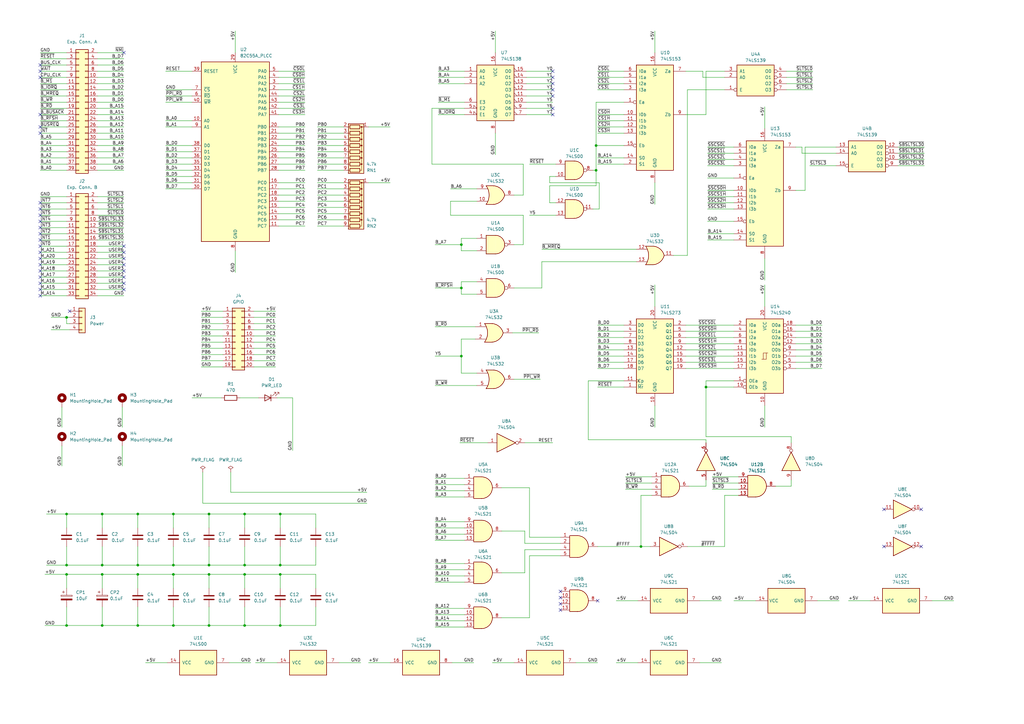
<source format=kicad_sch>
(kicad_sch (version 20230121) (generator eeschema)
  (paper "A3")
  (title_block (title "PPI & Exp. Slot Select Board for the Stackable Z80 Computer") (date "2023-09-22") (rev "1.0"))
  (junction (at 27.305 256.54))
  (junction (at 56.515 231.775))
  (junction (at 71.12 256.54))
  (junction (at 100.33 256.54))
  (junction (at 41.91 256.54))
  (junction (at 27.305 235.585))
  (junction (at 100.33 210.82))
  (junction (at 85.725 231.775))
  (junction (at 189.23 146.05))
  (junction (at 85.725 256.54))
  (junction (at 41.91 235.585))
  (junction (at 114.935 210.82))
  (junction (at 244.475 69.85))
  (junction (at 71.12 210.82))
  (junction (at 56.515 256.54))
  (junction (at 244.475 59.69))
  (junction (at 71.12 231.775))
  (junction (at 100.33 231.775))
  (junction (at 27.305 231.775))
  (junction (at 114.935 231.775))
  (junction (at 85.725 235.585))
  (junction (at 41.91 231.775))
  (junction (at 189.23 100.33))
  (junction (at 41.91 210.82))
  (junction (at 71.12 235.585))
  (junction (at 114.935 256.54))
  (junction (at 114.935 235.585))
  (junction (at 289.56 158.75))
  (junction (at 262.89 224.155))
  (junction (at 56.515 235.585))
  (junction (at 56.515 210.82))
  (junction (at 100.33 235.585))
  (junction (at 85.725 210.82))
  (junction (at 189.23 118.11))
  (junction (at 27.305 130.175))
  (junction (at 27.305 210.82))
  (no_connect (at 226.695 29.21))
  (no_connect (at 16.51 31.75))
  (no_connect (at 50.8 113.665))
  (no_connect (at 16.51 90.805))
  (no_connect (at 50.8 108.585))
  (no_connect (at 50.8 116.205))
  (no_connect (at 16.51 121.285))
  (no_connect (at 50.8 103.505))
  (no_connect (at 226.695 39.37))
  (no_connect (at 16.51 54.61))
  (no_connect (at 16.51 106.045))
  (no_connect (at 16.51 103.505))
  (no_connect (at 16.51 100.965))
  (no_connect (at 245.11 246.38))
  (no_connect (at 16.51 111.125))
  (no_connect (at 16.51 95.885))
  (no_connect (at 226.695 36.83))
  (no_connect (at 377.825 224.155))
  (no_connect (at 16.51 29.21))
  (no_connect (at 28.575 127.635))
  (no_connect (at 50.8 21.59))
  (no_connect (at 50.8 100.965))
  (no_connect (at 50.8 118.745))
  (no_connect (at 377.825 208.915))
  (no_connect (at 229.87 245.11))
  (no_connect (at 229.87 247.65))
  (no_connect (at 362.585 224.155))
  (no_connect (at 16.51 88.265))
  (no_connect (at 16.51 108.585))
  (no_connect (at 16.51 98.425))
  (no_connect (at 50.8 111.125))
  (no_connect (at 16.51 93.345))
  (no_connect (at 226.695 34.29))
  (no_connect (at 229.87 250.19))
  (no_connect (at 16.51 26.67))
  (no_connect (at 16.51 83.185))
  (no_connect (at 16.51 52.07))
  (no_connect (at 226.695 31.75))
  (no_connect (at 16.51 46.99))
  (no_connect (at 16.51 113.665))
  (no_connect (at 226.695 44.45))
  (no_connect (at 16.51 116.205))
  (no_connect (at 226.695 46.99))
  (no_connect (at 50.8 106.045))
  (no_connect (at 362.585 208.915))
  (no_connect (at 16.51 85.725))
  (no_connect (at 16.51 118.745))
  (no_connect (at 229.87 242.57))
  (wire (pts (xy 215.265 217.805) (xy 215.265 222.885)))
  (wire (pts (xy 245.11 158.75) (xy 255.905 158.75)))
  (wire (pts (xy 50.8 36.83) (xy 40.005 36.83)))
  (wire (pts (xy 114.3 44.45) (xy 125.095 44.45)))
  (wire (pts (xy 40.005 103.505) (xy 50.8 103.505)))
  (wire (pts (xy 114.3 57.15) (xy 125.095 57.15)))
  (wire (pts (xy 83.185 193.675) (xy 83.185 206.375)))
  (wire (pts (xy 129.54 216.535) (xy 129.54 210.82)))
  (wire (pts (xy 56.515 216.535) (xy 56.515 210.82)))
  (wire (pts (xy 201.93 271.78) (xy 210.82 271.78)))
  (wire (pts (xy 114.935 216.535) (xy 114.935 210.82)))
  (wire (pts (xy 337.185 140.97) (xy 326.39 140.97)))
  (wire (pts (xy 195.58 115.57) (xy 189.23 115.57)))
  (wire (pts (xy 179.705 46.99) (xy 190.5 46.99)))
  (wire (pts (xy 104.14 147.955) (xy 113.03 147.955)))
  (wire (pts (xy 67.945 41.91) (xy 78.74 41.91)))
  (wire (pts (xy 130.175 74.93) (xy 140.97 74.93)))
  (wire (pts (xy 189.23 100.33) (xy 189.23 102.87)))
  (wire (pts (xy 16.51 113.665) (xy 27.305 113.665)))
  (wire (pts (xy 16.51 36.83) (xy 27.305 36.83)))
  (wire (pts (xy 255.905 31.75) (xy 245.11 31.75)))
  (wire (pts (xy 100.33 248.92) (xy 100.33 256.54)))
  (wire (pts (xy 300.99 60.325) (xy 290.195 60.325)))
  (wire (pts (xy 16.51 46.99) (xy 27.305 46.99)))
  (wire (pts (xy 130.175 59.69) (xy 140.97 59.69)))
  (wire (pts (xy 113.03 127.635) (xy 104.14 127.635)))
  (wire (pts (xy 114.3 92.71) (xy 125.095 92.71)))
  (wire (pts (xy 295.91 271.78) (xy 287.02 271.78)))
  (wire (pts (xy 40.005 90.805) (xy 50.8 90.805)))
  (wire (pts (xy 225.425 76.2) (xy 244.475 76.2)))
  (wire (pts (xy 104.14 150.495) (xy 113.03 150.495)))
  (wire (pts (xy 244.475 59.69) (xy 244.475 41.91)))
  (wire (pts (xy 322.58 36.83) (xy 333.375 36.83)))
  (wire (pts (xy 50.165 167.005) (xy 50.165 175.26)))
  (wire (pts (xy 195.58 97.79) (xy 189.23 97.79)))
  (wire (pts (xy 104.14 142.875) (xy 113.03 142.875)))
  (wire (pts (xy 267.335 198.12) (xy 256.54 198.12)))
  (wire (pts (xy 67.945 29.21) (xy 78.74 29.21)))
  (wire (pts (xy 368.3 62.865) (xy 379.095 62.865)))
  (wire (pts (xy 227.965 83.185) (xy 225.425 83.185)))
  (wire (pts (xy 160.02 74.93) (xy 151.13 74.93)))
  (wire (pts (xy 189.23 146.05) (xy 189.23 153.035)))
  (wire (pts (xy 313.69 116.84) (xy 313.69 125.73)))
  (wire (pts (xy 178.435 203.835) (xy 190.5 203.835)))
  (wire (pts (xy 281.305 151.13) (xy 300.99 151.13)))
  (wire (pts (xy 41.91 216.535) (xy 41.91 210.82)))
  (wire (pts (xy 289.56 196.85) (xy 289.56 199.39)))
  (wire (pts (xy 220.98 136.525) (xy 210.185 136.525)))
  (wire (pts (xy 96.52 111.76) (xy 96.52 102.87)))
  (wire (pts (xy 16.51 85.725) (xy 27.305 85.725)))
  (wire (pts (xy 217.17 67.31) (xy 227.965 67.31)))
  (wire (pts (xy 178.435 196.215) (xy 190.5 196.215)))
  (wire (pts (xy 322.58 31.75) (xy 333.375 31.75)))
  (wire (pts (xy 221.615 155.575) (xy 210.82 155.575)))
  (wire (pts (xy 18.415 235.585) (xy 27.305 235.585)))
  (wire (pts (xy 50.8 41.91) (xy 40.005 41.91)))
  (wire (pts (xy 27.305 235.585) (xy 27.305 241.3)))
  (wire (pts (xy 297.18 203.2) (xy 297.18 224.155)))
  (wire (pts (xy 114.3 85.09) (xy 125.095 85.09)))
  (wire (pts (xy 189.23 115.57) (xy 189.23 118.11)))
  (wire (pts (xy 177.165 67.31) (xy 177.165 44.45)))
  (wire (pts (xy 245.11 140.97) (xy 255.905 140.97)))
  (wire (pts (xy 217.17 227.965) (xy 229.87 227.965)))
  (wire (pts (xy 40.005 106.045) (xy 50.8 106.045)))
  (wire (pts (xy 16.51 69.85) (xy 27.305 69.85)))
  (wire (pts (xy 50.8 121.285) (xy 40.005 121.285)))
  (wire (pts (xy 50.8 52.07) (xy 40.005 52.07)))
  (wire (pts (xy 241.3 180.34) (xy 241.3 156.21)))
  (wire (pts (xy 114.3 54.61) (xy 125.095 54.61)))
  (wire (pts (xy 194.31 271.78) (xy 185.42 271.78)))
  (wire (pts (xy 27.305 132.715) (xy 27.305 130.175)))
  (wire (pts (xy 214.63 88.265) (xy 184.785 88.265)))
  (wire (pts (xy 130.175 80.01) (xy 140.97 80.01)))
  (wire (pts (xy 114.3 64.77) (xy 125.095 64.77)))
  (wire (pts (xy 337.185 151.13) (xy 326.39 151.13)))
  (wire (pts (xy 203.2 12.7) (xy 203.2 21.59)))
  (wire (pts (xy 67.945 59.69) (xy 78.74 59.69)))
  (wire (pts (xy 114.935 235.585) (xy 100.33 235.585)))
  (wire (pts (xy 313.69 43.815) (xy 313.69 52.705)))
  (wire (pts (xy 289.56 179.07) (xy 289.56 158.75)))
  (wire (pts (xy 255.905 36.83) (xy 245.11 36.83)))
  (wire (pts (xy 324.485 181.61) (xy 324.485 179.07)))
  (wire (pts (xy 50.8 57.15) (xy 40.005 57.15)))
  (wire (pts (xy 25.4 182.88) (xy 25.4 191.135)))
  (wire (pts (xy 40.005 100.965) (xy 50.8 100.965)))
  (wire (pts (xy 214.63 100.33) (xy 214.63 88.265)))
  (wire (pts (xy 178.435 118.11) (xy 189.23 118.11)))
  (wire (pts (xy 16.51 41.91) (xy 27.305 41.91)))
  (wire (pts (xy 27.305 256.54) (xy 27.305 248.92)))
  (wire (pts (xy 245.745 74.93) (xy 245.745 85.725)))
  (wire (pts (xy 50.8 62.23) (xy 40.005 62.23)))
  (wire (pts (xy 322.58 29.21) (xy 333.375 29.21)))
  (wire (pts (xy 252.73 271.78) (xy 261.62 271.78)))
  (wire (pts (xy 114.3 52.07) (xy 125.095 52.07)))
  (wire (pts (xy 67.945 69.85) (xy 78.74 69.85)))
  (wire (pts (xy 245.11 143.51) (xy 255.905 143.51)))
  (wire (pts (xy 252.73 246.38) (xy 261.62 246.38)))
  (wire (pts (xy 40.005 88.265) (xy 50.8 88.265)))
  (wire (pts (xy 50.8 54.61) (xy 40.005 54.61)))
  (wire (pts (xy 184.785 77.47) (xy 195.58 77.47)))
  (wire (pts (xy 245.11 146.05) (xy 255.905 146.05)))
  (wire (pts (xy 227.965 88.265) (xy 217.17 88.265)))
  (wire (pts (xy 300.99 65.405) (xy 290.195 65.405)))
  (wire (pts (xy 91.44 140.335) (xy 82.55 140.335)))
  (wire (pts (xy 326.39 60.325) (xy 328.93 60.325)))
  (wire (pts (xy 114.3 67.31) (xy 125.095 67.31)))
  (wire (pts (xy 244.475 59.69) (xy 255.905 59.69)))
  (wire (pts (xy 130.175 82.55) (xy 140.97 82.55)))
  (wire (pts (xy 244.475 41.91) (xy 255.905 41.91)))
  (wire (pts (xy 245.11 271.78) (xy 236.22 271.78)))
  (wire (pts (xy 71.12 241.3) (xy 71.12 235.585)))
  (wire (pts (xy 313.69 114.935) (xy 313.69 106.045)))
  (wire (pts (xy 178.435 254.635) (xy 190.5 254.635)))
  (wire (pts (xy 16.51 54.61) (xy 27.305 54.61)))
  (wire (pts (xy 179.705 41.91) (xy 190.5 41.91)))
  (wire (pts (xy 67.945 49.53) (xy 78.74 49.53)))
  (wire (pts (xy 114.3 41.91) (xy 125.095 41.91)))
  (wire (pts (xy 130.175 69.85) (xy 140.97 69.85)))
  (wire (pts (xy 256.54 200.66) (xy 267.335 200.66)))
  (wire (pts (xy 56.515 231.775) (xy 41.91 231.775)))
  (wire (pts (xy 205.74 234.95) (xy 215.265 234.95)))
  (wire (pts (xy 281.305 148.59) (xy 300.99 148.59)))
  (wire (pts (xy 50.8 49.53) (xy 40.005 49.53)))
  (wire (pts (xy 50.8 116.205) (xy 40.005 116.205)))
  (wire (pts (xy 281.94 36.83) (xy 281.94 104.775)))
  (wire (pts (xy 50.8 24.13) (xy 40.005 24.13)))
  (wire (pts (xy 16.51 44.45) (xy 27.305 44.45)))
  (wire (pts (xy 71.12 248.92) (xy 71.12 256.54)))
  (wire (pts (xy 114.3 77.47) (xy 125.095 77.47)))
  (wire (pts (xy 300.99 158.75) (xy 289.56 158.75)))
  (wire (pts (xy 245.11 135.89) (xy 255.905 135.89)))
  (wire (pts (xy 217.17 220.345) (xy 229.87 220.345)))
  (wire (pts (xy 245.745 85.725) (xy 243.205 85.725)))
  (wire (pts (xy 91.44 132.715) (xy 82.55 132.715)))
  (wire (pts (xy 50.8 34.29) (xy 40.005 34.29)))
  (wire (pts (xy 50.8 46.99) (xy 40.005 46.99)))
  (wire (pts (xy 114.3 46.99) (xy 125.095 46.99)))
  (wire (pts (xy 83.185 206.375) (xy 150.495 206.375)))
  (wire (pts (xy 94.615 201.93) (xy 150.495 201.93)))
  (wire (pts (xy 245.11 138.43) (xy 255.905 138.43)))
  (wire (pts (xy 16.51 29.21) (xy 27.305 29.21)))
  (wire (pts (xy 313.69 175.26) (xy 313.69 166.37)))
  (wire (pts (xy 114.3 74.93) (xy 125.095 74.93)))
  (wire (pts (xy 50.8 59.69) (xy 40.005 59.69)))
  (wire (pts (xy 255.905 29.21) (xy 245.11 29.21)))
  (wire (pts (xy 210.82 100.33) (xy 214.63 100.33)))
  (wire (pts (xy 288.29 29.21) (xy 288.29 31.75)))
  (wire (pts (xy 215.9 46.99) (xy 226.695 46.99)))
  (wire (pts (xy 40.005 83.185) (xy 50.8 83.185)))
  (wire (pts (xy 267.335 203.2) (xy 262.89 203.2)))
  (wire (pts (xy 244.475 69.85) (xy 244.475 59.69)))
  (wire (pts (xy 85.725 248.92) (xy 85.725 256.54)))
  (wire (pts (xy 245.11 224.155) (xy 262.89 224.155)))
  (wire (pts (xy 318.135 199.39) (xy 324.485 199.39)))
  (wire (pts (xy 114.3 62.23) (xy 125.095 62.23)))
  (wire (pts (xy 300.99 80.645) (xy 290.195 80.645)))
  (wire (pts (xy 16.51 49.53) (xy 27.305 49.53)))
  (wire (pts (xy 330.2 78.105) (xy 330.2 60.325)))
  (wire (pts (xy 16.51 59.69) (xy 27.305 59.69)))
  (wire (pts (xy 85.725 216.535) (xy 85.725 210.82)))
  (wire (pts (xy 27.305 224.155) (xy 27.305 231.775)))
  (wire (pts (xy 114.935 224.155) (xy 114.935 231.775)))
  (wire (pts (xy 328.93 60.325) (xy 328.93 62.865)))
  (wire (pts (xy 129.54 235.585) (xy 114.935 235.585)))
  (wire (pts (xy 25.4 167.005) (xy 25.4 175.26)))
  (wire (pts (xy 16.51 39.37) (xy 27.305 39.37)))
  (wire (pts (xy 244.475 76.2) (xy 244.475 69.85)))
  (wire (pts (xy 16.51 26.67) (xy 27.305 26.67)))
  (wire (pts (xy 91.44 130.175) (xy 82.55 130.175)))
  (wire (pts (xy 337.185 135.89) (xy 326.39 135.89)))
  (wire (pts (xy 114.3 31.75) (xy 125.095 31.75)))
  (wire (pts (xy 188.595 181.61) (xy 200.025 181.61)))
  (wire (pts (xy 114.935 241.3) (xy 114.935 235.585)))
  (wire (pts (xy 256.54 195.58) (xy 267.335 195.58)))
  (wire (pts (xy 245.11 133.35) (xy 255.905 133.35)))
  (wire (pts (xy 85.725 256.54) (xy 71.12 256.54)))
  (wire (pts (xy 100.33 224.155) (xy 100.33 231.775)))
  (wire (pts (xy 302.895 198.12) (xy 292.1 198.12)))
  (wire (pts (xy 129.54 224.155) (xy 129.54 231.775)))
  (wire (pts (xy 215.265 234.95) (xy 215.265 225.425)))
  (wire (pts (xy 160.02 52.07) (xy 151.13 52.07)))
  (wire (pts (xy 28.575 132.715) (xy 27.305 132.715)))
  (wire (pts (xy 71.12 235.585) (xy 56.515 235.585)))
  (wire (pts (xy 85.725 224.155) (xy 85.725 231.775)))
  (wire (pts (xy 178.435 158.115) (xy 195.58 158.115)))
  (wire (pts (xy 104.14 137.795) (xy 113.03 137.795)))
  (wire (pts (xy 20.955 130.175) (xy 27.305 130.175)))
  (wire (pts (xy 222.25 107.315) (xy 260.985 107.315)))
  (wire (pts (xy 114.935 256.54) (xy 100.33 256.54)))
  (wire (pts (xy 151.13 271.78) (xy 160.02 271.78)))
  (wire (pts (xy 205.74 217.805) (xy 215.265 217.805)))
  (wire (pts (xy 281.305 146.05) (xy 300.99 146.05)))
  (wire (pts (xy 67.945 67.31) (xy 78.74 67.31)))
  (wire (pts (xy 16.51 118.745) (xy 27.305 118.745)))
  (wire (pts (xy 40.005 98.425) (xy 50.8 98.425)))
  (wire (pts (xy 255.905 46.99) (xy 245.11 46.99)))
  (wire (pts (xy 16.51 121.285) (xy 27.305 121.285)))
  (wire (pts (xy 255.905 54.61) (xy 245.11 54.61)))
  (wire (pts (xy 214.63 67.31) (xy 177.165 67.31)))
  (wire (pts (xy 255.905 34.29) (xy 245.11 34.29)))
  (wire (pts (xy 184.785 88.265) (xy 184.785 82.55)))
  (wire (pts (xy 56.515 210.82) (xy 41.91 210.82)))
  (wire (pts (xy 100.33 241.3) (xy 100.33 235.585)))
  (wire (pts (xy 300.99 85.725) (xy 290.195 85.725)))
  (wire (pts (xy 59.69 271.78) (xy 68.58 271.78)))
  (wire (pts (xy 18.415 256.54) (xy 27.305 256.54)))
  (wire (pts (xy 16.51 31.75) (xy 27.305 31.75)))
  (wire (pts (xy 189.23 120.65) (xy 195.58 120.65)))
  (wire (pts (xy 50.8 67.31) (xy 40.005 67.31)))
  (wire (pts (xy 78.74 163.195) (xy 90.805 163.195)))
  (wire (pts (xy 114.3 39.37) (xy 125.095 39.37)))
  (wire (pts (xy 71.12 210.82) (xy 56.515 210.82)))
  (wire (pts (xy 67.945 64.77) (xy 78.74 64.77)))
  (wire (pts (xy 16.51 108.585) (xy 27.305 108.585)))
  (wire (pts (xy 41.91 235.585) (xy 41.91 241.3)))
  (wire (pts (xy 56.515 248.92) (xy 56.515 256.54)))
  (wire (pts (xy 290.195 98.425) (xy 300.99 98.425)))
  (wire (pts (xy 210.82 80.01) (xy 214.63 80.01)))
  (wire (pts (xy 114.935 210.82) (xy 100.33 210.82)))
  (wire (pts (xy 40.005 108.585) (xy 50.8 108.585)))
  (wire (pts (xy 276.225 104.775) (xy 281.94 104.775)))
  (wire (pts (xy 91.44 137.795) (xy 82.55 137.795)))
  (wire (pts (xy 178.435 236.22) (xy 190.5 236.22)))
  (wire (pts (xy 16.51 93.345) (xy 27.305 93.345)))
  (wire (pts (xy 16.51 116.205) (xy 27.305 116.205)))
  (wire (pts (xy 147.955 271.78) (xy 139.065 271.78)))
  (wire (pts (xy 337.185 133.35) (xy 326.39 133.35)))
  (wire (pts (xy 16.51 52.07) (xy 27.305 52.07)))
  (wire (pts (xy 368.3 60.325) (xy 379.095 60.325)))
  (wire (pts (xy 178.435 201.295) (xy 190.5 201.295)))
  (wire (pts (xy 281.305 140.97) (xy 300.99 140.97)))
  (wire (pts (xy 326.39 78.105) (xy 330.2 78.105)))
  (wire (pts (xy 268.605 12.7) (xy 268.605 21.59)))
  (wire (pts (xy 292.1 200.66) (xy 302.895 200.66)))
  (wire (pts (xy 300.99 62.865) (xy 290.195 62.865)))
  (wire (pts (xy 27.305 210.82) (xy 41.91 210.82)))
  (wire (pts (xy 217.17 200.025) (xy 217.17 220.345)))
  (wire (pts (xy 245.11 67.31) (xy 255.905 67.31)))
  (wire (pts (xy 100.33 256.54) (xy 85.725 256.54)))
  (wire (pts (xy 71.12 216.535) (xy 71.12 210.82)))
  (wire (pts (xy 194.945 139.065) (xy 189.23 139.065)))
  (wire (pts (xy 104.14 132.715) (xy 113.03 132.715)))
  (wire (pts (xy 100.33 231.775) (xy 85.725 231.775)))
  (wire (pts (xy 71.12 256.54) (xy 56.515 256.54)))
  (wire (pts (xy 130.175 67.31) (xy 140.97 67.31)))
  (wire (pts (xy 300.99 73.025) (xy 290.195 73.025)))
  (wire (pts (xy 100.33 216.535) (xy 100.33 210.82)))
  (wire (pts (xy 50.8 64.77) (xy 40.005 64.77)))
  (wire (pts (xy 300.99 67.945) (xy 290.195 67.945)))
  (wire (pts (xy 328.93 62.865) (xy 342.9 62.865)))
  (wire (pts (xy 91.44 150.495) (xy 82.55 150.495)))
  (wire (pts (xy 324.485 196.85) (xy 324.485 199.39)))
  (wire (pts (xy 129.54 256.54) (xy 114.935 256.54)))
  (wire (pts (xy 205.74 253.365) (xy 217.17 253.365)))
  (wire (pts (xy 85.725 231.775) (xy 71.12 231.775)))
  (wire (pts (xy 300.99 246.38) (xy 309.88 246.38)))
  (wire (pts (xy 292.1 195.58) (xy 302.895 195.58)))
  (wire (pts (xy 289.56 181.61) (xy 289.56 180.34)))
  (wire (pts (xy 245.11 64.77) (xy 255.905 64.77)))
  (wire (pts (xy 104.14 135.255) (xy 113.03 135.255)))
  (wire (pts (xy 114.3 34.29) (xy 125.095 34.29)))
  (wire (pts (xy 114.3 69.85) (xy 125.095 69.85)))
  (wire (pts (xy 281.305 133.35) (xy 300.99 133.35)))
  (wire (pts (xy 16.51 57.15) (xy 27.305 57.15)))
  (wire (pts (xy 114.3 59.69) (xy 125.095 59.69)))
  (wire (pts (xy 100.33 235.585) (xy 85.725 235.585)))
  (wire (pts (xy 50.8 113.665) (xy 40.005 113.665)))
  (wire (pts (xy 19.05 210.82) (xy 27.305 210.82)))
  (wire (pts (xy 189.23 139.065) (xy 189.23 146.05)))
  (wire (pts (xy 129.54 248.92) (xy 129.54 256.54)))
  (wire (pts (xy 215.265 222.885) (xy 229.87 222.885)))
  (wire (pts (xy 281.305 135.89) (xy 300.99 135.89)))
  (wire (pts (xy 179.705 29.21) (xy 190.5 29.21)))
  (wire (pts (xy 67.945 74.93) (xy 78.74 74.93)))
  (wire (pts (xy 114.3 29.21) (xy 125.095 29.21)))
  (wire (pts (xy 71.12 231.775) (xy 56.515 231.775)))
  (wire (pts (xy 16.51 64.77) (xy 27.305 64.77)))
  (wire (pts (xy 245.11 148.59) (xy 255.905 148.59)))
  (wire (pts (xy 205.74 200.025) (xy 217.17 200.025)))
  (wire (pts (xy 178.435 238.76) (xy 190.5 238.76)))
  (wire (pts (xy 104.14 145.415) (xy 113.03 145.415)))
  (wire (pts (xy 129.54 231.775) (xy 114.935 231.775)))
  (wire (pts (xy 178.435 249.555) (xy 190.5 249.555)))
  (wire (pts (xy 104.14 140.335) (xy 113.03 140.335)))
  (wire (pts (xy 215.9 41.91) (xy 226.695 41.91)))
  (wire (pts (xy 391.16 246.38) (xy 382.27 246.38)))
  (wire (pts (xy 215.9 29.21) (xy 226.695 29.21)))
  (wire (pts (xy 225.425 74.93) (xy 245.745 74.93)))
  (wire (pts (xy 178.435 100.33) (xy 189.23 100.33)))
  (wire (pts (xy 178.435 213.995) (xy 190.5 213.995)))
  (wire (pts (xy 281.305 29.21) (xy 288.29 29.21)))
  (wire (pts (xy 20.955 135.255) (xy 28.575 135.255)))
  (wire (pts (xy 41.91 224.155) (xy 41.91 231.775)))
  (wire (pts (xy 16.51 80.645) (xy 27.305 80.645)))
  (wire (pts (xy 225.425 72.39) (xy 225.425 74.93)))
  (wire (pts (xy 214.63 80.01) (xy 214.63 67.31)))
  (wire (pts (xy 281.94 224.155) (xy 297.18 224.155)))
  (wire (pts (xy 178.435 216.535) (xy 190.5 216.535)))
  (wire (pts (xy 281.305 46.99) (xy 289.56 46.99)))
  (wire (pts (xy 91.44 145.415) (xy 82.55 145.415)))
  (wire (pts (xy 289.56 158.75) (xy 289.56 156.21)))
  (wire (pts (xy 50.8 31.75) (xy 40.005 31.75)))
  (wire (pts (xy 67.945 52.07) (xy 78.74 52.07)))
  (wire (pts (xy 337.185 138.43) (xy 326.39 138.43)))
  (wire (pts (xy 50.8 69.85) (xy 40.005 69.85)))
  (wire (pts (xy 104.14 130.175) (xy 113.03 130.175)))
  (wire (pts (xy 27.305 235.585) (xy 41.91 235.585)))
  (wire (pts (xy 300.99 78.105) (xy 290.195 78.105)))
  (wire (pts (xy 129.54 241.3) (xy 129.54 235.585)))
  (wire (pts (xy 178.435 219.075) (xy 190.5 219.075)))
  (wire (pts (xy 16.51 98.425) (xy 27.305 98.425)))
  (wire (pts (xy 91.44 135.255) (xy 82.55 135.255)))
  (wire (pts (xy 288.29 31.75) (xy 297.18 31.75)))
  (wire (pts (xy 16.51 88.265) (xy 27.305 88.265)))
  (wire (pts (xy 27.305 130.175) (xy 28.575 130.175)))
  (wire (pts (xy 210.82 118.11) (xy 222.25 118.11)))
  (wire (pts (xy 130.175 90.17) (xy 140.97 90.17)))
  (wire (pts (xy 71.12 224.155) (xy 71.12 231.775)))
  (wire (pts (xy 281.305 143.51) (xy 300.99 143.51)))
  (wire (pts (xy 203.2 63.5) (xy 203.2 54.61)))
  (wire (pts (xy 130.175 92.71) (xy 140.97 92.71)))
  (wire (pts (xy 114.3 82.55) (xy 125.095 82.55)))
  (wire (pts (xy 120.015 163.195) (xy 120.015 184.785)))
  (wire (pts (xy 50.165 182.88) (xy 50.165 191.135)))
  (wire (pts (xy 368.3 67.945) (xy 379.095 67.945)))
  (wire (pts (xy 178.435 231.14) (xy 190.5 231.14)))
  (wire (pts (xy 16.51 106.045) (xy 27.305 106.045)))
  (wire (pts (xy 114.3 87.63) (xy 125.095 87.63)))
  (wire (pts (xy 222.25 102.235) (xy 260.985 102.235)))
  (wire (pts (xy 91.44 142.875) (xy 82.55 142.875)))
  (wire (pts (xy 289.56 156.21) (xy 300.99 156.21)))
  (wire (pts (xy 215.9 36.83) (xy 226.695 36.83)))
  (wire (pts (xy 225.425 72.39) (xy 227.965 72.39)))
  (wire (pts (xy 16.51 95.885) (xy 27.305 95.885)))
  (wire (pts (xy 114.935 248.92) (xy 114.935 256.54)))
  (wire (pts (xy 295.91 246.38) (xy 287.02 246.38)))
  (wire (pts (xy 56.515 241.3) (xy 56.515 235.585)))
  (wire (pts (xy 178.435 221.615) (xy 190.5 221.615)))
  (wire (pts (xy 16.51 67.31) (xy 27.305 67.31)))
  (wire (pts (xy 50.8 44.45) (xy 40.005 44.45)))
  (wire (pts (xy 282.575 199.39) (xy 289.56 199.39)))
  (wire (pts (xy 130.175 77.47) (xy 140.97 77.47)))
  (wire (pts (xy 85.725 210.82) (xy 71.12 210.82)))
  (wire (pts (xy 226.695 181.61) (xy 215.265 181.61)))
  (wire (pts (xy 19.05 231.775) (xy 27.305 231.775)))
  (wire (pts (xy 56.515 256.54) (xy 41.91 256.54)))
  (wire (pts (xy 98.425 163.195) (xy 106.045 163.195)))
  (wire (pts (xy 16.51 21.59) (xy 27.305 21.59)))
  (wire (pts (xy 215.9 34.29) (xy 226.695 34.29)))
  (wire (pts (xy 215.9 31.75) (xy 226.695 31.75)))
  (wire (pts (xy 262.89 224.155) (xy 266.7 224.155)))
  (wire (pts (xy 217.17 253.365) (xy 217.17 227.965)))
  (wire (pts (xy 50.8 21.59) (xy 40.005 21.59)))
  (wire (pts (xy 16.51 111.125) (xy 27.305 111.125)))
  (wire (pts (xy 16.51 103.505) (xy 27.305 103.505)))
  (wire (pts (xy 114.935 231.775) (xy 100.33 231.775)))
  (wire (pts (xy 40.005 93.345) (xy 50.8 93.345)))
  (wire (pts (xy 184.785 82.55) (xy 195.58 82.55)))
  (wire (pts (xy 289.56 46.99) (xy 289.56 29.21)))
  (wire (pts (xy 130.175 64.77) (xy 140.97 64.77)))
  (wire (pts (xy 289.56 29.21) (xy 297.18 29.21)))
  (wire (pts (xy 337.185 143.51) (xy 326.39 143.51)))
  (wire (pts (xy 104.775 271.78) (xy 113.665 271.78)))
  (wire (pts (xy 189.23 102.87) (xy 195.58 102.87)))
  (wire (pts (xy 178.435 233.68) (xy 190.5 233.68)))
  (wire (pts (xy 337.185 148.59) (xy 326.39 148.59)))
  (wire (pts (xy 82.55 127.635) (xy 91.44 127.635)))
  (wire (pts (xy 189.23 118.11) (xy 189.23 120.65)))
  (wire (pts (xy 297.18 36.83) (xy 281.94 36.83)))
  (wire (pts (xy 178.435 198.755) (xy 190.5 198.755)))
  (wire (pts (xy 50.8 111.125) (xy 40.005 111.125)))
  (wire (pts (xy 67.945 72.39) (xy 78.74 72.39)))
  (wire (pts (xy 91.44 147.955) (xy 82.55 147.955)))
  (wire (pts (xy 347.98 246.38) (xy 356.87 246.38)))
  (wire (pts (xy 50.8 29.21) (xy 40.005 29.21)))
  (wire (pts (xy 100.33 210.82) (xy 85.725 210.82)))
  (wire (pts (xy 120.015 163.195) (xy 113.665 163.195)))
  (wire (pts (xy 85.725 235.585) (xy 71.12 235.585)))
  (wire (pts (xy 178.435 257.175) (xy 190.5 257.175)))
  (wire (pts (xy 50.8 118.745) (xy 40.005 118.745)))
  (wire (pts (xy 67.945 36.83) (xy 78.74 36.83)))
  (wire (pts (xy 300.99 90.805) (xy 290.195 90.805)))
  (wire (pts (xy 189.23 97.79) (xy 189.23 100.33)))
  (wire (pts (xy 344.17 246.38) (xy 335.28 246.38)))
  (wire (pts (xy 281.305 138.43) (xy 300.99 138.43)))
  (wire (pts (xy 129.54 210.82) (xy 114.935 210.82)))
  (wire (pts (xy 27.305 231.775) (xy 41.91 231.775)))
  (wire (pts (xy 67.945 77.47) (xy 78.74 77.47)))
  (wire (pts (xy 289.56 180.34) (xy 241.3 180.34)))
  (wire (pts (xy 255.905 52.07) (xy 245.11 52.07)))
  (wire (pts (xy 16.51 24.13) (xy 27.305 24.13)))
  (wire (pts (xy 322.58 34.29) (xy 333.375 34.29)))
  (wire (pts (xy 130.175 62.23) (xy 140.97 62.23)))
  (wire (pts (xy 85.725 241.3) (xy 85.725 235.585)))
  (wire (pts (xy 96.52 12.7) (xy 96.52 21.59)))
  (wire (pts (xy 41.91 256.54) (xy 41.91 248.92)))
  (wire (pts (xy 130.175 57.15) (xy 140.97 57.15)))
  (wire (pts (xy 16.51 83.185) (xy 27.305 83.185)))
  (wire (pts (xy 27.305 256.54) (xy 41.91 256.54)))
  (wire (pts (xy 40.005 80.645) (xy 50.8 80.645)))
  (wire (pts (xy 40.005 85.725) (xy 50.8 85.725)))
  (wire (pts (xy 215.9 44.45) (xy 226.695 44.45)))
  (wire (pts (xy 56.515 224.155) (xy 56.515 231.775)))
  (wire (pts (xy 268.605 83.82) (xy 268.605 74.93)))
  (wire (pts (xy 244.475 69.85) (xy 243.205 69.85)))
  (wire (pts (xy 16.51 90.805) (xy 27.305 90.805)))
  (wire (pts (xy 368.3 65.405) (xy 379.095 65.405)))
  (wire (pts (xy 268.605 116.84) (xy 268.605 125.73)))
  (wire (pts (xy 67.945 39.37) (xy 78.74 39.37)))
  (wire (pts (xy 189.23 153.035) (xy 195.58 153.035)))
  (wire (pts (xy 16.51 100.965) (xy 27.305 100.965)))
  (wire (pts (xy 255.905 49.53) (xy 245.11 49.53)))
  (wire (pts (xy 290.195 95.885) (xy 300.99 95.885)))
  (wire (pts (xy 130.175 87.63) (xy 140.97 87.63)))
  (wire (pts (xy 177.165 44.45) (xy 190.5 44.45)))
  (wire (pts (xy 324.485 179.07) (xy 289.56 179.07)))
  (wire (pts (xy 178.435 252.095) (xy 190.5 252.095)))
  (wire (pts (xy 130.175 52.07) (xy 140.97 52.07)))
  (wire (pts (xy 330.2 60.325) (xy 342.9 60.325)))
  (wire (pts (xy 189.23 146.05) (xy 178.435 146.05)))
  (wire (pts (xy 40.005 95.885) (xy 50.8 95.885)))
  (wire (pts (xy 268.605 175.26) (xy 268.605 166.37)))
  (wire (pts (xy 225.425 83.185) (xy 225.425 76.2)))
  (wire (pts (xy 130.175 85.09) (xy 140.97 85.09)))
  (wire (pts (xy 114.3 80.01) (xy 125.095 80.01)))
  (wire (pts (xy 215.265 225.425) (xy 229.87 225.425)))
  (wire (pts (xy 262.89 203.2) (xy 262.89 224.155)))
  (wire (pts (xy 342.9 67.945) (xy 332.105 67.945)))
  (wire (pts (xy 114.3 90.17) (xy 125.095 90.17)))
  (wire (pts (xy 56.515 235.585) (xy 41.91 235.585)))
  (wire (pts (xy 27.305 216.535) (xy 27.305 210.82)))
  (wire (pts (xy 130.175 54.61) (xy 140.97 54.61)))
  (wire (pts (xy 302.895 203.2) (xy 297.18 203.2)))
  (wire (pts (xy 300.99 83.185) (xy 290.195 83.185)))
  (wire (pts (xy 241.3 156.21) (xy 255.905 156.21)))
  (wire (pts (xy 50.8 26.67) (xy 40.005 26.67)))
  (wire (pts (xy 178.435 133.985) (xy 194.945 133.985)))
  (wire (pts (xy 222.25 118.11) (xy 222.25 107.315)))
  (wire (pts (xy 50.8 39.37) (xy 40.005 39.37)))
  (wire (pts (xy 67.945 62.23) (xy 78.74 62.23)))
  (wire (pts (xy 245.11 151.13) (xy 255.905 151.13)))
  (wire (pts (xy 16.51 62.23) (xy 27.305 62.23)))
  (wire (pts (xy 102.87 271.78) (xy 93.98 271.78)))
  (wire (pts (xy 94.615 193.675) (xy 94.615 201.93)))
  (wire (pts (xy 337.185 146.05) (xy 326.39 146.05)))
  (wire (pts (xy 114.3 36.83) (xy 125.095 36.83)))
  (wire (pts (xy 179.705 31.75) (xy 190.5 31.75)))
  (wire (pts (xy 215.9 39.37) (xy 226.695 39.37)))
  (wire (pts (xy 16.51 34.29) (xy 27.305 34.29)))
  (wire (pts (xy 179.705 34.29) (xy 190.5 34.29)))
  (label "B_D4" (at 337.185 143.51 180))
  (label "GND" (at 50.165 175.26 90))
  (label "B_D1" (at 67.945 62.23 0))
  (label "~{#FFFF}" (at 293.37 224.155 180))
  (label "B_D7" (at 67.945 77.47 0))
  (label "+5V" (at 268.605 12.7 270))
  (label "USER4" (at 50.8 108.585 180))
  (label "~{RESET}" (at 16.51 24.13 0))
  (label "GND" (at 25.4 191.135 90))
  (label "B_D6" (at 337.185 148.59 180))
  (label "PB0" (at 125.095 52.07 180))
  (label "~{SSCS1L}" (at 290.195 62.865 0))
  (label "~{INT}" (at 16.51 54.61 0))
  (label "~{SBSLTSL31}" (at 50.8 95.885 180))
  (label "PB2" (at 130.175 57.15 0))
  (label "B_A1" (at 16.51 67.31 0))
  (label "PB4" (at 82.55 140.335 0))
  (label "M_A21" (at 16.51 103.505 0))
  (label "PC2" (at 125.095 80.01 180))
  (label "GND" (at 50.165 191.135 90))
  (label "B_A9" (at 50.8 59.69 180))
  (label "~{B_WR}" (at 256.54 200.66 0))
  (label "GND" (at 313.69 175.26 90))
  (label "RESET" (at 67.945 29.21 0))
  (label "Y7" (at 226.695 46.99 180))
  (label "B_D4" (at 50.8 31.75 180))
  (label "GND" (at 16.51 21.59 0))
  (label "~{RESET}" (at 217.17 67.31 0))
  (label "GND" (at 313.69 114.935 90))
  (label "~{CS2H}" (at 245.11 52.07 0))
  (label "GND" (at 19.05 231.775 0))
  (label "+5V" (at 59.69 271.78 0))
  (label "B_A12" (at 178.435 249.555 0))
  (label "B_A8" (at 50.8 62.23 180))
  (label "~{SLTSL1}" (at 50.8 85.725 180))
  (label "Y5" (at 178.435 146.05 0))
  (label "B_D5" (at 67.945 72.39 0))
  (label "PC6" (at 113.03 145.415 180))
  (label "B_A5" (at 16.51 57.15 0))
  (label "B_A4" (at 16.51 59.69 0))
  (label "~{SSCS2H}" (at 290.195 83.185 0))
  (label "PC6" (at 130.175 90.17 0))
  (label "Y0" (at 226.695 29.21 180))
  (label "GND" (at 295.91 271.78 180))
  (label "~{INT1}" (at 16.51 98.425 0))
  (label "~{CS2H}" (at 125.095 41.91 180))
  (label "+5V" (at 82.55 127.635 0))
  (label "BUS_CLK" (at 16.51 26.67 0))
  (label "~{INT0}" (at 16.51 100.965 0))
  (label "~{B_M1}" (at 16.51 34.29 0))
  (label "+5V" (at 256.54 195.58 0))
  (label "GND" (at 16.51 80.645 0))
  (label "B_A6" (at 50.8 67.31 180))
  (label "+5V" (at 252.73 246.38 0))
  (label "PC1" (at 113.03 132.715 180))
  (label "B_A3" (at 16.51 62.23 0))
  (label "~{SBSLTSL32}" (at 50.8 93.345 180))
  (label "PB3" (at 130.175 59.69 0))
  (label "B_A4" (at 178.435 213.995 0))
  (label "B_D5" (at 50.8 29.21 180))
  (label "~{SBSLTSL30}" (at 379.095 60.325 180))
  (label "B_D3" (at 50.8 34.29 180))
  (label "+5V" (at 150.495 201.93 180))
  (label "PB5" (at 130.175 64.77 0))
  (label "~{B_RFSH}" (at 16.51 49.53 0))
  (label "USER2" (at 50.8 113.665 180))
  (label "+5V" (at 292.1 195.58 0))
  (label "USER5" (at 50.8 106.045 180))
  (label "B_A13" (at 178.435 252.095 0))
  (label "B_A7" (at 50.8 64.77 180))
  (label "PC1" (at 125.095 77.47 180))
  (label "~{SBSLTSL31}" (at 379.095 62.865 180))
  (label "+5V" (at 160.02 74.93 180))
  (label "GND" (at 194.31 271.78 180))
  (label "CPU_CLK" (at 16.51 31.75 0))
  (label "#FFFF" (at 258.445 224.155 180))
  (label "~{SSCS2H}" (at 286.385 146.05 0))
  (label "GND" (at 25.4 175.26 90))
  (label "B_A15" (at 178.435 257.175 0))
  (label "B_D6" (at 50.8 26.67 180))
  (label "B_A11" (at 178.435 238.76 0))
  (label "~{RESET}" (at 188.595 181.61 0))
  (label "B_D5" (at 245.11 146.05 0))
  (label "GND" (at 67.945 36.83 0))
  (label "B_A8" (at 178.435 231.14 0))
  (label "B_D5" (at 337.185 146.05 180))
  (label "PB0" (at 130.175 52.07 0))
  (label "~{CS3L}" (at 125.095 44.45 180))
  (label "GND" (at 150.495 206.375 180))
  (label "~{SBSLTSL32}" (at 379.095 65.405 180))
  (label "B_D2" (at 337.185 138.43 180))
  (label "M_A18" (at 16.51 111.125 0))
  (label "B_D1" (at 245.11 135.89 0))
  (label "B_A15" (at 245.11 67.31 0))
  (label "B_A6" (at 178.435 219.075 0))
  (label "PC1" (at 130.175 77.47 0))
  (label "B_A5" (at 179.705 34.29 0))
  (label "~{SLTSL1}" (at 333.375 31.75 180))
  (label "PC6" (at 125.095 90.17 180))
  (label "~{NMI}" (at 50.8 21.59 180))
  (label "PB7" (at 130.175 69.85 0))
  (label "B_D7" (at 337.185 151.13 180))
  (label "PC5" (at 130.175 87.63 0))
  (label "~{WAIT}" (at 16.51 29.21 0))
  (label "+5V" (at 300.99 246.38 0))
  (label "B_A11" (at 50.8 54.61 180))
  (label "PC7" (at 130.175 92.71 0))
  (label "B_A1" (at 67.945 52.07 0))
  (label "B_D7" (at 50.8 24.13 180))
  (label "+5V" (at 203.2 12.7 270))
  (label "~{SSCS1H}" (at 286.385 140.97 0))
  (label "~{B_IORQ}" (at 179.705 46.99 0))
  (label "PB1" (at 82.55 132.715 0))
  (label "B_D2" (at 67.945 64.77 0))
  (label "PC2" (at 113.03 135.255 180))
  (label "~{SSCS1H}" (at 290.195 80.645 0))
  (label "Y6" (at 226.695 44.45 180))
  (label "~{CS0H}" (at 245.11 46.99 0))
  (label "+5V" (at 113.03 127.635 180))
  (label "~{PPI_RD}" (at 67.945 39.37 0))
  (label "B_A13" (at 50.8 49.53 180))
  (label "PC7" (at 125.095 92.71 180))
  (label "B_D7" (at 245.11 151.13 0))
  (label "~{SSCS1L}" (at 286.385 138.43 0))
  (label "B_A7" (at 178.435 100.33 0))
  (label "USER3" (at 50.8 111.125 180))
  (label "GND" (at 290.195 73.025 0))
  (label "~{B_RFSH}" (at 178.435 118.11 0))
  (label "~{SLTSL3}" (at 50.8 80.645 180))
  (label "PC4" (at 125.095 85.09 180))
  (label "M_A19" (at 16.51 108.585 0))
  (label "GND" (at 120.015 184.785 90))
  (label "B_A5" (at 178.435 216.535 0))
  (label "B_A0" (at 67.945 49.53 0))
  (label "~{B_BUSACK}" (at 16.51 46.99 0))
  (label "+5V" (at 20.955 135.255 0))
  (label "~{CS1L}" (at 245.11 31.75 0))
  (label "~{SBSLTSL30}" (at 50.8 98.425 180))
  (label "B_D4" (at 67.945 69.85 0))
  (label "Y5" (at 226.695 41.91 180))
  (label "GND" (at 245.11 271.78 180))
  (label "PB7" (at 125.095 69.85 180))
  (label "B_A10" (at 50.8 57.15 180))
  (label "M_A15" (at 16.51 118.745 0))
  (label "~{CS3H}" (at 125.095 46.99 180))
  (label "B_A0" (at 178.435 196.215 0))
  (label "~{PPI_WR}" (at 221.615 155.575 180))
  (label "~{CS0H}" (at 125.095 31.75 180))
  (label "~{B_M1}" (at 179.705 41.91 0))
  (label "PC7" (at 113.03 147.955 180))
  (label "PB7" (at 82.55 147.955 0))
  (label "~{B_MREQ}" (at 16.51 39.37 0))
  (label "GND" (at 147.955 271.78 180))
  (label "Y2" (at 226.695 34.29 180))
  (label "~{CS0L}" (at 245.11 29.21 0))
  (label "Y1" (at 226.695 31.75 180))
  (label "B_D6" (at 245.11 148.59 0))
  (label "B_A10" (at 178.435 236.22 0))
  (label "~{CS1H}" (at 125.095 36.83 180))
  (label "PB6" (at 82.55 145.415 0))
  (label "PC0" (at 125.095 74.93 180))
  (label "~{SLTSL3}" (at 333.375 36.83 180))
  (label "B_A1" (at 178.435 198.755 0))
  (label "PC4" (at 130.175 85.09 0))
  (label "B_D3" (at 337.185 140.97 180))
  (label "~{RESET}" (at 245.11 158.75 0))
  (label "USER0" (at 50.8 118.745 180))
  (label "GND" (at 18.415 256.54 0))
  (label "~{SLTSL0}" (at 333.375 29.21 180))
  (label "~{B_MREQ}" (at 222.25 102.235 0))
  (label "~{INT5}" (at 16.51 88.265 0))
  (label "~{SSCS2L}" (at 290.195 65.405 0))
  (label "GND" (at 20.955 130.175 0))
  (label "M_A16" (at 16.51 116.205 0))
  (label "B_A14" (at 245.11 64.77 0))
  (label "PB1" (at 125.095 54.61 180))
  (label "PB3" (at 82.55 137.795 0))
  (label "Y5" (at 217.17 88.265 0))
  (label "+5V" (at 201.93 271.78 0))
  (label "B_D2" (at 245.11 138.43 0))
  (label "PB6" (at 130.175 67.31 0))
  (label "~{SSCS0H}" (at 290.195 78.105 0))
  (label "B_D0" (at 50.8 41.91 180))
  (label "PC5" (at 113.03 142.875 180))
  (label "PB4" (at 125.095 62.23 180))
  (label "USER7" (at 50.8 100.965 180))
  (label "~{PPI_RD}" (at 220.98 136.525 180))
  (label "~{CS1H}" (at 245.11 49.53 0))
  (label "~{SSCS3H}" (at 286.385 151.13 0))
  (label "USER1" (at 50.8 116.205 180))
  (label "B_A15" (at 290.195 98.425 0))
  (label "GND" (at 295.91 246.38 180))
  (label "+5V" (at 19.05 210.82 0))
  (label "B_D0" (at 337.185 133.35 180))
  (label "PC3" (at 113.03 137.795 180))
  (label "+5V" (at 96.52 12.7 270))
  (label "~{SLTSL3}" (at 332.105 67.945 0))
  (label "PB0" (at 82.55 130.175 0))
  (label "~{SSCS3L}" (at 286.385 148.59 0))
  (label "B_A6" (at 184.785 77.47 0))
  (label "~{B_WR}" (at 16.51 41.91 0))
  (label "GND" (at 50.8 69.85 180))
  (label "B_D2" (at 50.8 36.83 180))
  (label "~{INT6}" (at 16.51 85.725 0))
  (label "~{SSCS0H}" (at 286.385 135.89 0))
  (label "+5V" (at 160.02 52.07 180))
  (label "GND" (at 102.87 271.78 180))
  (label "GND" (at 290.195 90.805 0))
  (label "+5V" (at 268.605 116.84 270))
  (label "M_A14" (at 16.51 121.285 0))
  (label "~{INT2}" (at 16.51 95.885 0))
  (label "B_D3" (at 245.11 140.97 0))
  (label "B_D0" (at 67.945 59.69 0))
  (label "GND" (at 82.55 150.495 0))
  (label "PB4" (at 130.175 62.23 0))
  (label "+5V" (at 252.73 271.78 0))
  (label "PC3" (at 125.095 82.55 180))
  (label "PC0" (at 113.03 130.175 180))
  (label "PB2" (at 125.095 57.15 180))
  (label "+5V" (at 78.74 163.195 0))
  (label "M_A17" (at 16.51 113.665 0))
  (label "B_A4" (at 179.705 31.75 0))
  (label "B_A2" (at 16.51 64.77 0))
  (label "B_D6" (at 67.945 74.93 0))
  (label "~{CS3L}" (at 245.11 36.83 0))
  (label "+5V" (at 151.13 271.78 0))
  (label "PC3" (at 130.175 82.55 0))
  (label "~{SSCS0L}" (at 286.385 133.35 0))
  (label "~{B_RD}" (at 178.435 133.985 0))
  (label "~{SSCS3H}" (at 290.195 85.725 0))
  (label "B_A9" (at 178.435 233.68 0))
  (label "~{B_WR}" (at 178.435 158.115 0))
  (label "B_D1" (at 337.185 135.89 180))
  (label "~{CS2L}" (at 245.11 34.29 0))
  (label "~{CS2L}" (at 125.095 39.37 180))
  (label "~{SLTSL3}" (at 292.1 198.12 0))
  (label "B_A0" (at 16.51 69.85 0))
  (label "B_A12" (at 50.8 52.07 180))
  (label "B_D4" (at 245.11 143.51 0))
  (label "PB2" (at 82.55 135.255 0))
  (label "~{SLTSL3}" (at 256.54 198.12 0))
  (label "B_A2" (at 178.435 201.295 0))
  (label "PB1" (at 130.175 54.61 0))
  (label "PC5" (at 125.095 87.63 180))
  (label "B_A14" (at 290.195 95.885 0))
  (label "GND" (at 203.2 63.5 90))
  (label "PC2" (at 130.175 80.01 0))
  (label "PB6" (at 125.095 67.31 180))
  (label "PB5" (at 82.55 142.875 0))
  (label "~{B_IORQ}" (at 16.51 36.83 0))
  (label "~{CS0L}" (at 125.095 29.21 180))
  (label "USER6" (at 50.8 103.505 180))
  (label "GND" (at 344.17 246.38 180))
  (label "~{SLTSL2}" (at 50.8 83.185 180))
  (label "B_A14" (at 50.8 46.99 180))
  (label "~{PPI_WR}" (at 67.945 41.91 0))
  (label "GND" (at 391.16 246.38 180))
  (label "B_A3" (at 179.705 29.21 0))
  (label "+5V" (at 313.69 43.815 270))
  (label "~{B_RD}" (at 292.1 200.66 0))
  (label "+5V" (at 347.98 246.38 0))
  (label "+5V" (at 313.69 116.84 270))
  (label "GND" (at 268.605 175.26 90))
  (label "GND" (at 96.52 111.76 90))
  (label "~{SBSLTSL33}" (at 379.095 67.945 180))
  (label "~{SSCS2L}" (at 286.385 143.51 0))
  (label "+5V" (at 18.415 235.585 0))
  (label "B_D3" (at 67.945 67.31 0))
  (label "M_A20" (at 16.51 106.045 0))
  (label "~{CS3H}" (at 245.11 54.61 0))
  (label "~{CS1L}" (at 125.095 34.29 180))
  (label "~{SBSLTSL33}" (at 50.8 90.805 180))
  (label "~{B_RD}" (at 16.51 44.45 0))
  (label "B_D0" (at 245.11 133.35 0))
  (label "~{BUSREQ}" (at 16.51 52.07 0))
  (label "PC0" (at 130.175 74.93 0))
  (label "~{INT4}" (at 16.51 90.805 0))
  (label "~{INT7}" (at 16.51 83.185 0))
  (label "Y4" (at 226.695 39.37 180))
  (label "PC4" (at 113.03 140.335 180))
  (label "GND" (at 268.605 83.82 90))
  (label "PB5" (at 125.095 64.77 180))
  (label "GND" (at 50.8 121.285 180))
  (label "B_D1" (at 50.8 39.37 180))
  (label "B_A7" (at 178.435 221.615 0))
  (label "GND" (at 113.03 150.495 180))
  (label "~{SLTSL2}" (at 333.375 34.29 180))
  (label "B_A15" (at 50.8 44.45 180))
  (label "PB3" (at 125.095 59.69 180))
  (label "B_A3" (at 178.435 203.835 0))
  (label "B_A14" (at 178.435 254.635 0))
  (label "~{SSCS3L}" (at 290.195 67.945 0))
  (label "Y3" (at 226.695 36.83 180))
  (label "+5V" (at 104.775 271.78 0))
  (label "~{INT3}" (at 16.51 93.345 0))
  (label "~{SSCS0L}" (at 290.195 60.325 0))
  (label "~{SLTSL0}" (at 50.8 88.265 180))
  (label "RESET" (at 226.695 181.61 180))
  (symbol (lib_id "Device:C") (at 114.935 220.345 0) (unit 1)
    (property "Reference" "C11" (at 118.745 219.075 0) (effects (justify left)))
    (property "Value" "0.1uF" (at 118.745 221.615 0) (effects (justify left)))
    (property "Footprint" "Capacitor_THT:C_Disc_D5.0mm_W2.5mm_P2.50mm" (effects hide))
  )
  (symbol (lib_id "Device:C") (at 56.515 220.345 0) (unit 1)
    (property "Reference" "C3" (at 60.325 219.075 0) (effects (justify left)))
    (property "Value" "0.1uF" (at 60.325 221.615 0) (effects (justify left)))
    (property "Footprint" "Capacitor_THT:C_Disc_D5.0mm_W2.5mm_P2.50mm" (effects hide))
  )
  (symbol (lib_id "power:PWR_FLAG") (at 94.615 193.675 0) (unit 1)
    (property "Reference" "#FLG02" (effects hide))
    (property "Value" "PWR_FLAG" (at 94.615 188.595 0))
  )
  (symbol (lib_id "74xx:74LS21") (at 198.12 217.805 0) (unit 2)
    (property "Reference" "U5" (at 198.1103 208.28 0))
    (property "Value" "74LS21" (at 198.1103 210.82 0))
    (property "Footprint" "Package_DIP:DIP-14_W7.62mm_Socket" (effects hide))
    (property "Datasheet" "http://www.ti.com/lit/gpn/sn74LS21" (effects hide))
  )
  (symbol (lib_id "74xx:74LS21") (at 198.12 200.025 0) (unit 1)
    (property "Reference" "U5" (at 198.1103 190.5 0))
    (property "Value" "74LS21" (at 198.1103 193.04 0))
    (property "Footprint" "Package_DIP:DIP-14_W7.62mm_Socket" (effects hide))
    (property "Datasheet" "http://www.ti.com/lit/gpn/sn74LS21" (effects hide))
  )
  (symbol (lib_id "Interface:82C55A_PLCC") (at 96.52 62.23 0) (unit 1)
    (property "Reference" "U2" (at 98.4759 20.32 0) (effects (justify left)))
    (property "Value" "82C55A_PLCC" (at 98.4759 22.86 0) (effects (justify left)))
    (property "Footprint" "Package_LCC:PLCC-44_THT-Socket" (effects hide))
    (property "Datasheet" "http://jap.hu/electronic/8255.pdf" (effects hide))
  )
  (symbol (lib_id "74xx:74LS00") (at 81.28 271.78 90) (unit 5)
    (property "Reference" "U1" (at 81.28 261.62 90))
    (property "Value" "74LS00" (at 81.28 264.16 90))
    (property "Footprint" "Package_DIP:DIP-14_W7.62mm_Socket" (effects hide))
    (property "Datasheet" "http://www.ti.com/lit/gpn/sn74ls00" (effects hide))
  )
  (symbol (lib_id "Mechanical:MountingHole_Pad") (at 50.165 180.34 0) (unit 1)
    (property "Reference" "H4" (at 53.34 177.7999 0) (effects (justify left)))
    (property "Value" "MountingHole_Pad" (at 53.34 180.3399 0) (effects (justify left)))
    (property "Footprint" "MountingHole:MountingHole_3.2mm_M3_ISO7380_Pad" (effects hide))
  )
  (symbol (lib_id "74xx:74LS21") (at 274.32 271.78 90) (unit 3)
    (property "Reference" "U6" (at 274.32 261.62 90))
    (property "Value" "74LS21" (at 274.32 264.16 90))
    (property "Footprint" "Package_DIP:DIP-14_W7.62mm_Socket" (effects hide))
    (property "Datasheet" "http://www.ti.com/lit/gpn/sn74LS21" (effects hide))
  )
  (symbol (lib_id "74xx:74LS21") (at 198.12 234.95 0) (unit 1)
    (property "Reference" "U6" (at 198.1103 226.06 0))
    (property "Value" "74LS21" (at 198.1103 228.6 0))
    (property "Footprint" "Package_DIP:DIP-14_W7.62mm_Socket" (effects hide))
    (property "Datasheet" "http://www.ti.com/lit/gpn/sn74LS21" (effects hide))
  )
  (symbol (lib_id "74xx:74LS21") (at 198.12 253.365 0) (unit 2)
    (property "Reference" "U6" (at 198.1103 243.84 0))
    (property "Value" "74LS21" (at 198.1103 246.38 0))
    (property "Footprint" "Package_DIP:DIP-14_W7.62mm_Socket" (effects hide))
    (property "Datasheet" "http://www.ti.com/lit/gpn/sn74LS21" (effects hide))
  )
  (symbol (lib_id "Device:R_Network08") (at 146.05 62.23 270) (unit 1)
    (property "Reference" "RN1" (at 152.4 69.85 90))
    (property "Value" "4.7k" (at 152.4 67.31 90))
    (property "Footprint" "Resistor_THT:R_Array_SIP9" (effects hide))
    (property "Datasheet" "http://www.vishay.com/docs/31509/csc.pdf" (effects hide))
  )
  (symbol (lib_id "74xx:74LS21") (at 369.57 246.38 90) (unit 3)
    (property "Reference" "U12" (at 369.57 236.22 90))
    (property "Value" "74LS21" (at 369.57 238.76 90))
    (property "Footprint" "Package_DIP:DIP-14_W7.62mm_Socket" (effects hide))
    (property "Datasheet" "http://www.ti.com/lit/gpn/sn74LS21" (effects hide))
  )
  (symbol (lib_id "74xx:74LS04") (at 274.32 224.155 0) (unit 2)
    (property "Reference" "U8" (at 274.32 215.9 0))
    (property "Value" "74LS04" (at 274.32 218.44 0))
    (property "Footprint" "Package_DIP:DIP-14_W7.62mm_Socket" (effects hide))
    (property "Datasheet" "http://www.ti.com/lit/gpn/sn74LS04" (effects hide))
  )
  (symbol (lib_id "74xx:74LS32") (at 203.2 155.575 0) (unit 2)
    (property "Reference" "U3" (at 203.2 146.685 0))
    (property "Value" "74LS32" (at 203.2 149.225 0))
    (property "Footprint" "Package_DIP:DIP-14_W7.62mm_Socket" (effects hide))
    (property "Datasheet" "http://www.ti.com/lit/gpn/sn74LS32" (effects hide))
  )
  (symbol (lib_id "74xx:74LS139") (at 172.72 271.78 90) (unit 3)
    (property "Reference" "U4" (at 172.72 262.255 90))
    (property "Value" "74LS139" (at 172.72 264.795 90))
    (property "Footprint" "Package_DIP:DIP-16_W7.62mm_Socket" (effects hide))
    (property "Datasheet" "http://www.ti.com/lit/ds/symlink/sn74ls139a.pdf" (effects hide))
  )
  (symbol (lib_id "Device:C") (at 85.725 220.345 0) (unit 1)
    (property "Reference" "C7" (at 89.535 219.075 0) (effects (justify left)))
    (property "Value" "0.1uF" (at 89.535 221.615 0) (effects (justify left)))
    (property "Footprint" "Capacitor_THT:C_Disc_D5.0mm_W2.5mm_P2.50mm" (effects hide))
  )
  (symbol (lib_id "Device:C") (at 85.725 245.11 0) (unit 1)
    (property "Reference" "C8" (at 89.535 243.84 0) (effects (justify left)))
    (property "Value" "0.1uF" (at 89.535 246.38 0) (effects (justify left)))
    (property "Footprint" "Capacitor_THT:C_Disc_D5.0mm_W2.5mm_P2.50mm" (effects hide))
  )
  (symbol (lib_id "74xx:74LS32") (at 126.365 271.78 90) (unit 5)
    (property "Reference" "U3" (at 126.365 261.62 90))
    (property "Value" "74LS32" (at 126.365 264.16 90))
    (property "Footprint" "Package_DIP:DIP-14_W7.62mm_Socket" (effects hide))
    (property "Datasheet" "http://www.ti.com/lit/gpn/sn74LS32" (effects hide))
  )
  (symbol (lib_id "Mechanical:MountingHole_Pad") (at 25.4 164.465 0) (unit 1)
    (property "Reference" "H1" (at 28.575 161.9249 0) (effects (justify left)))
    (property "Value" "MountingHole_Pad" (at 28.575 164.4649 0) (effects (justify left)))
    (property "Footprint" "MountingHole:MountingHole_3.2mm_M3_ISO7380_Pad" (effects hide))
  )
  (symbol (lib_id "Device:C") (at 41.91 220.345 0) (unit 1)
    (property "Reference" "C2" (at 45.72 219.075 0) (effects (justify left)))
    (property "Value" "0.1uF" (at 45.72 221.615 0) (effects (justify left)))
    (property "Footprint" "Capacitor_THT:C_Disc_D5.0mm_W2.5mm_P2.50mm" (effects hide))
  )
  (symbol (lib_id "74xx:74LS04") (at 207.645 181.61 0) (unit 1)
    (property "Reference" "U8" (at 207.645 172.72 0))
    (property "Value" "74LS04" (at 207.645 175.26 0))
    (property "Footprint" "Package_DIP:DIP-14_W7.62mm_Socket" (effects hide))
    (property "Datasheet" "http://www.ti.com/lit/gpn/sn74LS04" (effects hide))
  )
  (symbol (lib_id "Mechanical:MountingHole_Pad") (at 50.165 164.465 0) (unit 1)
    (property "Reference" "H3" (at 53.34 161.9249 0) (effects (justify left)))
    (property "Value" "MountingHole_Pad" (at 53.34 164.4649 0) (effects (justify left)))
    (property "Footprint" "MountingHole:MountingHole_3.2mm_M3_ISO7380_Pad" (effects hide))
  )
  (symbol (lib_id "74xx:74LS138") (at 203.2 36.83 0) (unit 1)
    (property "Reference" "U7" (at 205.3941 21.59 0) (effects (justify left)))
    (property "Value" "74LS138" (at 205.3941 24.13 0) (effects (justify left)))
    (property "Footprint" "Package_DIP:DIP-16_W7.62mm_Socket" (effects hide))
    (property "Datasheet" "http://www.ti.com/lit/gpn/sn74LS138" (effects hide))
  )
  (symbol (lib_id "74xx:74LS273") (at 268.605 146.05 0) (unit 1)
    (property "Reference" "U11" (at 270.7991 125.73 0) (effects (justify left)))
    (property "Value" "74LS273" (at 270.7991 128.27 0) (effects (justify left)))
    (property "Footprint" "Package_DIP:DIP-20_W7.62mm_Socket" (effects hide))
    (property "Datasheet" "http://www.ti.com/lit/gpn/sn74LS273" (effects hide))
  )
  (symbol (lib_id "74xx:74LS00") (at 235.585 69.85 0) (unit 3)
    (property "Reference" "U1" (at 235.5767 61.595 0))
    (property "Value" "74LS00" (at 235.5767 64.135 0))
    (property "Footprint" "Package_DIP:DIP-14_W7.62mm_Socket" (effects hide))
    (property "Datasheet" "http://www.ti.com/lit/gpn/sn74ls00" (effects hide))
  )
  (symbol (lib_id "Connector_Generic:Conn_01x04") (at 33.655 130.175 0) (unit 1)
    (property "Reference" "J3" (at 36.83 130.175 0) (effects (justify left)))
    (property "Value" "Power" (at 36.83 132.715 0) (effects (justify left)))
    (property "Footprint" "footprints:TE_171826-4" (effects hide))
  )
  (symbol (lib_id "74xx:74LS32") (at 268.605 104.775 0) (unit 4)
    (property "Reference" "U3" (at 268.605 96.52 0))
    (property "Value" "74LS32" (at 268.605 99.06 0))
    (property "Footprint" "Package_DIP:DIP-14_W7.62mm_Socket" (effects hide))
    (property "Datasheet" "http://www.ti.com/lit/gpn/sn74LS32" (effects hide))
  )
  (symbol (lib_id "74xx:74LS00") (at 235.585 85.725 0) (unit 4)
    (property "Reference" "U1" (at 235.5767 77.47 0))
    (property "Value" "74LS00" (at 235.5767 80.01 0))
    (property "Footprint" "Package_DIP:DIP-14_W7.62mm_Socket" (effects hide))
    (property "Datasheet" "http://www.ti.com/lit/gpn/sn74ls00" (effects hide))
  )
  (symbol (lib_id "74xx:74LS240") (at 313.69 146.05 0) (unit 1)
    (property "Reference" "U14" (at 315.8841 125.73 0) (effects (justify left)))
    (property "Value" "74LS240" (at 315.8841 128.27 0) (effects (justify left)))
    (property "Footprint" "Package_DIP:DIP-20_W7.62mm_Socket" (effects hide))
    (property "Datasheet" "http://www.ti.com/lit/ds/symlink/sn74ls240.pdf" (effects hide))
  )
  (symbol (lib_id "74xx:74LS32") (at 202.565 136.525 0) (unit 1)
    (property "Reference" "U3" (at 202.565 127.635 0))
    (property "Value" "74LS32" (at 202.565 130.175 0))
    (property "Footprint" "Package_DIP:DIP-14_W7.62mm_Socket" (effects hide))
    (property "Datasheet" "http://www.ti.com/lit/gpn/sn74LS32" (effects hide))
  )
  (symbol (lib_id "74xx:74LS32") (at 203.2 80.01 0) (unit 3)
    (property "Reference" "U3" (at 203.2 71.755 0))
    (property "Value" "74LS32" (at 203.2 74.295 0))
    (property "Footprint" "Package_DIP:DIP-14_W7.62mm_Socket" (effects hide))
    (property "Datasheet" "http://www.ti.com/lit/gpn/sn74LS32" (effects hide))
  )
  (symbol (lib_id "74xx:74LS04") (at 370.205 224.155 0) (unit 6)
    (property "Reference" "U8" (at 370.205 215.9 0))
    (property "Value" "74LS04" (at 370.205 218.44 0))
    (property "Footprint" "Package_DIP:DIP-14_W7.62mm_Socket" (effects hide))
    (property "Datasheet" "http://www.ti.com/lit/gpn/sn74LS04" (effects hide))
  )
  (symbol (lib_id "Device:R") (at 94.615 163.195 90) (unit 1)
    (property "Reference" "R1" (at 94.615 157.48 90))
    (property "Value" "470" (at 94.615 160.02 90))
    (property "Footprint" "Resistor_THT:R_Axial_DIN0204_L3.6mm_D1.6mm_P7.62mm_Horizontal" (effects hide))
  )
  (symbol (lib_id "Device:C") (at 100.33 245.11 0) (unit 1)
    (property "Reference" "C10" (at 104.14 243.84 0) (effects (justify left)))
    (property "Value" "0.1uF" (at 104.14 246.38 0) (effects (justify left)))
    (property "Footprint" "Capacitor_THT:C_Disc_D5.0mm_W2.5mm_P2.50mm" (effects hide))
  )
  (symbol (lib_id "74xx:74LS21") (at 274.32 246.38 90) (unit 3)
    (property "Reference" "U9" (at 274.32 236.22 90))
    (property "Value" "74LS21" (at 274.32 238.76 90))
    (property "Footprint" "Package_DIP:DIP-14_W7.62mm_Socket" (effects hide))
    (property "Datasheet" "http://www.ti.com/lit/gpn/sn74LS21" (effects hide))
  )
  (symbol (lib_id "Device:C") (at 71.12 220.345 0) (unit 1)
    (property "Reference" "C5" (at 74.93 219.075 0) (effects (justify left)))
    (property "Value" "0.1uF" (at 74.93 221.615 0) (effects (justify left)))
    (property "Footprint" "Capacitor_THT:C_Disc_D5.0mm_W2.5mm_P2.50mm" (effects hide))
  )
  (symbol (lib_id "Device:C") (at 129.54 245.11 0) (unit 1)
    (property "Reference" "C14" (at 133.35 243.84 0) (effects (justify left)))
    (property "Value" "0.1uF" (at 133.35 246.38 0) (effects (justify left)))
    (property "Footprint" "Capacitor_THT:C_Disc_D5.0mm_W2.5mm_P2.50mm" (effects hide))
  )
  (symbol (lib_id "74xx:74LS153") (at 268.605 46.99 0) (unit 1)
    (property "Reference" "U10" (at 270.7991 21.59 0) (effects (justify left)))
    (property "Value" "74LS153" (at 270.7991 24.13 0) (effects (justify left)))
    (property "Footprint" "Package_DIP:DIP-16_W7.62mm_Socket" (effects hide))
    (property "Datasheet" "http://www.ti.com/lit/gpn/sn74LS153" (effects hide))
  )
  (symbol (lib_id "74xx:74LS04") (at 370.205 208.915 0) (unit 5)
    (property "Reference" "U8" (at 370.205 200.66 0))
    (property "Value" "74LS04" (at 370.205 203.2 0))
    (property "Footprint" "Package_DIP:DIP-14_W7.62mm_Socket" (effects hide))
    (property "Datasheet" "http://www.ti.com/lit/gpn/sn74LS04" (effects hide))
  )
  (symbol (lib_id "74xx:74LS21") (at 237.49 224.155 0) (unit 1)
    (property "Reference" "U9" (at 237.4803 214.63 0))
    (property "Value" "74LS21" (at 237.4803 217.17 0))
    (property "Footprint" "Package_DIP:DIP-14_W7.62mm_Socket" (effects hide))
    (property "Datasheet" "http://www.ti.com/lit/gpn/sn74LS21" (effects hide))
  )
  (symbol (lib_id "74xx:74LS00") (at 203.2 118.11 0) (unit 2)
    (property "Reference" "U1" (at 203.1917 109.22 0))
    (property "Value" "74LS00" (at 203.1917 111.76 0))
    (property "Datasheet" "http://www.ti.com/lit/gpn/sn74ls00" (effects hide))
  )
  (symbol (lib_id "Connector_Generic:Conn_02x10_Odd_Even") (at 96.52 137.795 0) (unit 1)
    (property "Reference" "J4" (at 97.79 121.285 0))
    (property "Value" "GPIO" (at 97.79 123.825 0))
    (property "Footprint" "Connector_PinHeader_2.54mm:PinHeader_2x10_P2.54mm_Vertical" (effects hide))
  )
  (symbol (lib_id "74xx:74LS139") (at 355.6 62.865 0) (unit 2)
    (property "Reference" "U4" (at 355.6 52.705 0))
    (property "Value" "74LS139" (at 355.6 55.245 0))
    (property "Footprint" "Package_DIP:DIP-16_W7.62mm_Socket" (effects hide))
    (property "Datasheet" "http://www.ti.com/lit/ds/symlink/sn74ls139a.pdf" (effects hide))
  )
  (symbol (lib_id "Mechanical:MountingHole_Pad") (at 25.4 180.34 0) (unit 1)
    (property "Reference" "H2" (at 28.575 177.7999 0) (effects (justify left)))
    (property "Value" "MountingHole_Pad" (at 28.575 180.3399 0) (effects (justify left)))
    (property "Footprint" "MountingHole:MountingHole_3.2mm_M3_ISO7380_Pad" (effects hide))
  )
  (symbol (lib_id "Device:C") (at 56.515 245.11 0) (unit 1)
    (property "Reference" "C4" (at 60.325 243.84 0) (effects (justify left)))
    (property "Value" "0.1uF" (at 60.325 246.38 0) (effects (justify left)))
    (property "Footprint" "Capacitor_THT:C_Disc_D5.0mm_W2.5mm_P2.50mm" (effects hide))
  )
  (symbol (lib_id "Device:C_Polarized") (at 41.91 245.11 0) (unit 1)
    (property "Reference" "CP2" (at 45.085 242.951 0) (effects (justify left)))
    (property "Value" "0.1uF" (at 45.085 245.491 0) (effects (justify left)))
    (property "Footprint" "Capacitor_THT:CP_Radial_D5.0mm_P2.50mm" (effects hide))
  )
  (symbol (lib_id "74xx:74LS04") (at 324.485 189.23 90) (unit 4)
    (property "Reference" "U8" (at 330.2 187.96 90) (effects (justify right)))
    (property "Value" "74LS04" (at 330.2 190.5 90) (effects (justify right)))
    (property "Footprint" "Package_DIP:DIP-14_W7.62mm_Socket" (effects hide))
    (property "Datasheet" "http://www.ti.com/lit/gpn/sn74LS04" (effects hide))
  )
  (symbol (lib_id "74xx:74LS00") (at 203.2 100.33 0) (unit 1)
    (property "Reference" "U1" (at 203.1917 91.44 0))
    (property "Value" "74LS00" (at 203.1917 93.98 0))
    (property "Datasheet" "http://www.ti.com/lit/gpn/sn74ls00" (effects hide))
  )
  (symbol (lib_id "Device:LED") (at 109.855 163.195 180) (unit 1)
    (property "Reference" "D1" (at 111.4425 155.575 0))
    (property "Value" "PWR_LED" (at 111.4425 158.115 0))
    (property "Footprint" "LED_THT:LED_D3.0mm" (effects hide))
  )
  (symbol (lib_id "Connector_Generic:Conn_02x20_Odd_Even") (at 32.385 44.45 0) (unit 1)
    (property "Reference" "J1" (at 33.655 14.605 0))
    (property "Value" "Exp. Conn. A" (at 33.655 17.145 0))
    (property "Footprint" "Connector_IDC:IDC-Header_2x20_P2.54mm_Horizontal" (effects hide))
  )
  (symbol (lib_id "74xx:74LS153") (at 313.69 78.105 0) (unit 1)
    (property "Reference" "U13" (at 315.8841 52.705 0) (effects (justify left)))
    (property "Value" "74LS153" (at 315.8841 55.245 0) (effects (justify left)))
    (property "Footprint" "Package_DIP:DIP-16_W7.62mm_Socket" (effects hide))
    (property "Datasheet" "http://www.ti.com/lit/gpn/sn74LS153" (effects hide))
  )
  (symbol (lib_id "74xx:74LS139") (at 309.88 31.75 0) (unit 1)
    (property "Reference" "U4" (at 309.88 22.225 0))
    (property "Value" "74LS139" (at 309.88 24.765 0))
    (property "Footprint" "Package_DIP:DIP-16_W7.62mm_Socket" (effects hide))
    (property "Datasheet" "http://www.ti.com/lit/ds/symlink/sn74ls139a.pdf" (effects hide))
  )
  (symbol (lib_id "Device:C") (at 129.54 220.345 0) (unit 1)
    (property "Reference" "C13" (at 133.35 219.075 0) (effects (justify left)))
    (property "Value" "0.1uF" (at 133.35 221.615 0) (effects (justify left)))
    (property "Footprint" "Capacitor_THT:C_Disc_D5.0mm_W2.5mm_P2.50mm" (effects hide))
  )
  (symbol (lib_id "74xx:74LS04") (at 322.58 246.38 90) (unit 7)
    (property "Reference" "U8" (at 322.58 236.22 90))
    (property "Value" "74LS04" (at 322.58 238.76 90))
    (property "Footprint" "Package_DIP:DIP-14_W7.62mm_Socket" (effects hide))
    (property "Datasheet" "http://www.ti.com/lit/gpn/sn74LS04" (effects hide))
  )
  (symbol (lib_id "Device:C") (at 114.935 245.11 0) (unit 1)
    (property "Reference" "C12" (at 118.745 243.84 0) (effects (justify left)))
    (property "Value" "0.1uF" (at 118.745 246.38 0) (effects (justify left)))
    (property "Footprint" "Capacitor_THT:C_Disc_D5.0mm_W2.5mm_P2.50mm" (effects hide))
  )
  (symbol (lib_id "74xx:74LS04") (at 289.56 189.23 90) (unit 3)
    (property "Reference" "U8" (at 295.275 187.96 90) (effects (justify right)))
    (property "Value" "74LS04" (at 295.275 190.5 90) (effects (justify right)))
    (property "Footprint" "Package_DIP:DIP-14_W7.62mm_Socket" (effects hide))
    (property "Datasheet" "http://www.ti.com/lit/gpn/sn74LS04" (effects hide))
  )
  (symbol (lib_id "74xx:74LS21") (at 223.52 271.78 90) (unit 3)
    (property "Reference" "U5" (at 223.52 261.62 90))
    (property "Value" "74LS21" (at 223.52 264.16 90))
    (property "Footprint" "Package_DIP:DIP-14_W7.62mm_Socket" (effects hide))
    (property "Datasheet" "http://www.ti.com/lit/gpn/sn74LS21" (effects hide))
  )
  (symbol (lib_id "Device:C_Polarized") (at 27.305 245.11 0) (unit 1)
    (property "Reference" "CP1" (at 31.115 242.951 0) (effects (justify left)))
    (property "Value" "10uF" (at 31.115 245.491 0) (effects (justify left)))
    (property "Footprint" "Capacitor_THT:CP_Radial_D5.0mm_P2.50mm" (effects hide))
  )
  (symbol (lib_id "Device:R_Network08") (at 146.05 85.09 270) (unit 1)
    (property "Reference" "RN2" (at 152.4 92.71 90))
    (property "Value" "4.7k" (at 152.4 90.17 90))
    (property "Footprint" "Resistor_THT:R_Array_SIP9" (effects hide))
    (property "Datasheet" "http://www.vishay.com/docs/31509/csc.pdf" (effects hide))
  )
  (symbol (lib_id "Device:C") (at 27.305 220.345 0) (unit 1)
    (property "Reference" "C1" (at 31.115 219.075 0) (effects (justify left)))
    (property "Value" "0.1uF" (at 31.115 221.615 0) (effects (justify left)))
    (property "Footprint" "Capacitor_THT:C_Disc_D5.0mm_W2.5mm_P2.50mm" (effects hide))
  )
  (symbol (lib_id "Connector_Generic:Conn_02x17_Odd_Even") (at 32.385 100.965 0) (unit 1)
    (property "Reference" "J2" (at 33.655 74.295 0))
    (property "Value" "Exp. Conn. B" (at 33.655 76.835 0))
    (property "Footprint" "Connector_IDC:IDC-Header_2x17_P2.54mm_Horizontal" (effects hide))
  )
  (symbol (lib_id "74xx:74LS21") (at 310.515 199.39 0) (unit 2)
    (property "Reference" "U12" (at 310.5053 190.5 0))
    (property "Value" "74LS21" (at 310.5053 193.04 0))
    (property "Footprint" "Package_DIP:DIP-14_W7.62mm_Socket" (effects hide))
    (property "Datasheet" "http://www.ti.com/lit/gpn/sn74LS21" (effects hide))
  )
  (symbol (lib_id "power:PWR_FLAG") (at 83.185 193.675 0) (unit 1)
    (property "Reference" "#FLG01" (effects hide))
    (property "Value" "PWR_FLAG" (at 83.185 188.595 0))
  )
  (symbol (lib_id "74xx:74LS21") (at 237.49 246.38 0) (unit 2)
    (property "Reference" "U9" (at 237.4803 237.49 0))
    (property "Value" "74LS21" (at 237.4803 240.03 0))
    (property "Footprint" "Package_DIP:DIP-14_W7.62mm_Socket" (effects hide))
    (property "Datasheet" "http://www.ti.com/lit/gpn/sn74LS21" (effects hide))
  )
  (symbol (lib_id "Device:C") (at 100.33 220.345 0) (unit 1)
    (property "Reference" "C9" (at 104.14 219.075 0) (effects (justify left)))
    (property "Value" "0.1uF" (at 104.14 221.615 0) (effects (justify left)))
    (property "Footprint" "Capacitor_THT:C_Disc_D5.0mm_W2.5mm_P2.50mm" (effects hide))
  )
  (symbol (lib_id "74xx:74LS21") (at 274.955 199.39 0) (unit 1)
    (property "Reference" "U12" (at 274.9453 190.5 0))
    (property "Value" "74LS21" (at 274.9453 193.04 0))
    (property "Footprint" "Package_DIP:DIP-14_W7.62mm_Socket" (effects hide))
    (property "Datasheet" "http://www.ti.com/lit/gpn/sn74LS21" (effects hide))
  )
  (symbol (lib_id "Device:C") (at 71.12 245.11 0) (unit 1)
    (property "Reference" "C6" (at 74.93 243.84 0) (effects (justify left)))
    (property "Value" "0.1uF" (at 74.93 246.38 0) (effects (justify left)))
    (property "Footprint" "Capacitor_THT:C_Disc_D5.0mm_W2.5mm_P2.50mm" (effects hide))
  )
)
</source>
